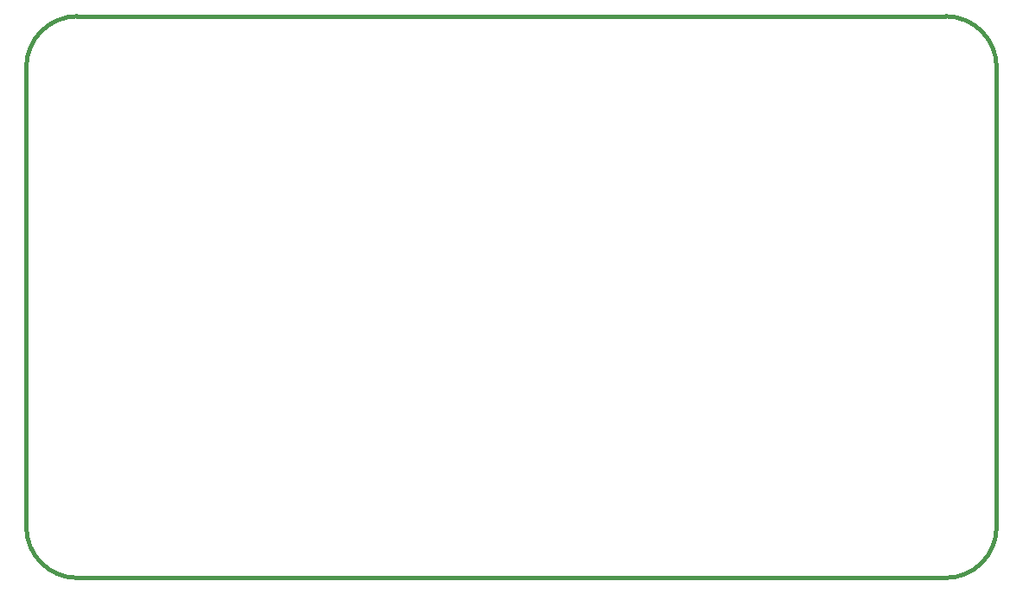
<source format=gbr>
G04 #@! TF.FileFunction,Profile,NP*
%FSLAX46Y46*%
G04 Gerber Fmt 4.6, Leading zero omitted, Abs format (unit mm)*
G04 Created by KiCad (PCBNEW (after 2015-mar-04 BZR unknown)-product) date 6/9/2017 3:43:27 PM*
%MOMM*%
G01*
G04 APERTURE LIST*
%ADD10C,0.150000*%
%ADD11C,0.381000*%
G04 APERTURE END LIST*
D10*
D11*
X152000000Y-86000000D02*
X152000000Y-41000000D01*
X57000000Y-41000000D02*
X57000000Y-86000000D01*
X147000000Y-91000000D02*
X62000000Y-91000000D01*
X62000000Y-36000000D02*
X147000000Y-36000000D01*
X57000000Y-86000000D02*
G75*
G03X62000000Y-91000000I5000000J0D01*
G01*
X62000000Y-36000000D02*
G75*
G03X57000000Y-41000000I0J-5000000D01*
G01*
X152000000Y-41000000D02*
G75*
G03X147000000Y-36000000I-5000000J0D01*
G01*
X147000000Y-91000000D02*
G75*
G03X152000000Y-86000000I0J5000000D01*
G01*
M02*

</source>
